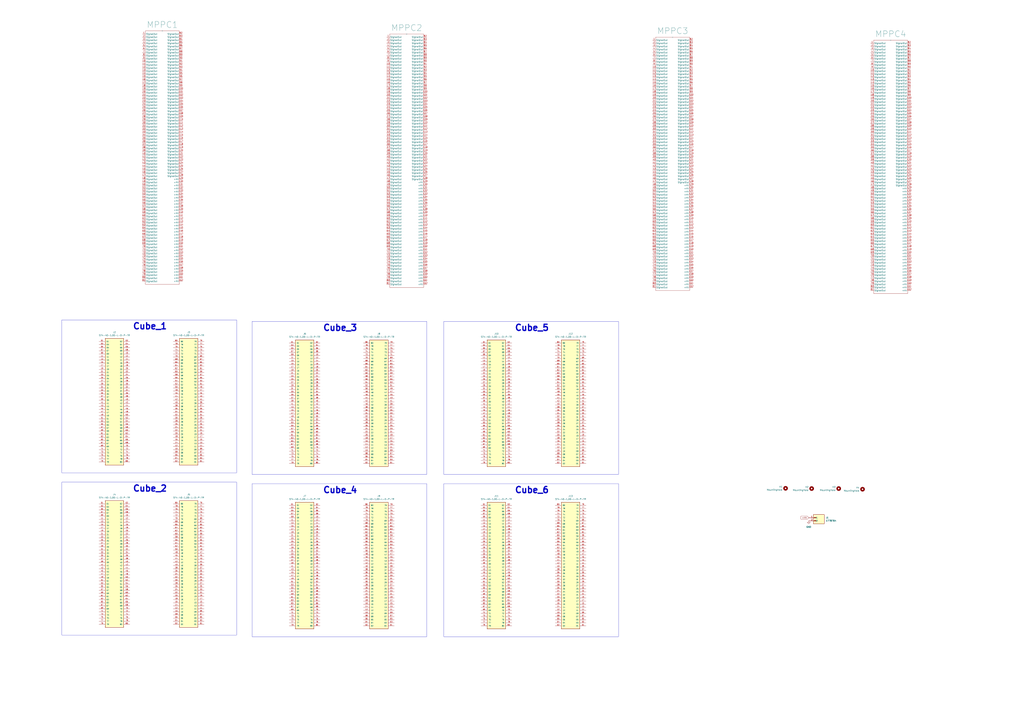
<source format=kicad_sch>
(kicad_sch (version 20231120) (generator "eeschema") (generator_version "8.0")
  (paper "A1")
  (lib_symbols
    (symbol "FARICH:ST4-40-1.00-L-D-P-TR" (pin_names (offset 1.016))
      (property "Reference" "J" (at -7.62 52.07 0))
      (property "Value" "ST4-40-1.00-L-D-P-TR" (at -7.62 -57.15 0))
      (symbol "ST4-40-1.00-L-D-P-TR_0_0"
        (rectangle (start -7.62 -53.34) (end 7.62 50.8) (stroke (width 0.254)) (fill (type background)))
        (pin passive line (at -12.7 48.26 0) (length 5.08) (name "01") (number "01"))
        (pin passive line (at 12.7 48.26 180) (length 5.08) (name "02") (number "02"))
        (pin passive line (at -12.7 45.72 0) (length 5.08) (name "03") (number "03"))
        (pin passive line (at 12.7 45.72 180) (length 5.08) (name "04") (number "04"))
        (pin passive line (at -12.7 43.18 0) (length 5.08) (name "05") (number "05"))
        (pin passive line (at 12.7 43.18 180) (length 5.08) (name "06") (number "06"))
        (pin passive line (at -12.7 40.64 0) (length 5.08) (name "07") (number "07"))
        (pin passive line (at 12.7 40.64 180) (length 5.08) (name "08") (number "08"))
        (pin passive line (at -12.7 38.1 0) (length 5.08) (name "09") (number "09"))
        (pin passive line (at 12.7 38.1 180) (length 5.08) (name "10") (number "10"))
        (pin passive line (at -12.7 35.56 0) (length 5.08) (name "11") (number "11"))
        (pin passive line (at 12.7 35.56 180) (length 5.08) (name "12") (number "12"))
        (pin passive line (at -12.7 33.02 0) (length 5.08) (name "13") (number "13"))
        (pin passive line (at 12.7 33.02 180) (length 5.08) (name "14") (number "14"))
        (pin passive line (at -12.7 30.48 0) (length 5.08) (name "15") (number "15"))
        (pin passive line (at 12.7 30.48 180) (length 5.08) (name "16") (number "16"))
        (pin passive line (at -12.7 27.94 0) (length 5.08) (name "17") (number "17"))
        (pin passive line (at 12.7 27.94 180) (length 5.08) (name "18") (number "18"))
        (pin passive line (at -12.7 25.4 0) (length 5.08) (name "19") (number "19"))
        (pin passive line (at 12.7 25.4 180) (length 5.08) (name "20") (number "20"))
        (pin passive line (at -12.7 22.86 0) (length 5.08) (name "21") (number "21"))
        (pin passive line (at 12.7 22.86 180) (length 5.08) (name "22") (number "22"))
        (pin passive line (at -12.7 20.32 0) (length 5.08) (name "23") (number "23"))
        (pin passive line (at 12.7 20.32 180) (length 5.08) (name "24") (number "24"))
        (pin passive line (at -12.7 17.78 0) (length 5.08) (name "25") (number "25"))
        (pin passive line (at 12.7 17.78 180) (length 5.08) (name "26") (number "26"))
        (pin passive line (at -12.7 15.24 0) (length 5.08) (name "27") (number "27"))
        (pin passive line (at 12.7 15.24 180) (length 5.08) (name "28") (number "28"))
        (pin passive line (at -12.7 12.7 0) (length 5.08) (name "29") (number "29"))
        (pin passive line (at 12.7 12.7 180) (length 5.08) (name "30") (number "30"))
        (pin passive line (at -12.7 10.16 0) (length 5.08) (name "31") (number "31"))
        (pin passive line (at 12.7 10.16 180) (length 5.08) (name "32") (number "32"))
        (pin passive line (at -12.7 7.62 0) (length 5.08) (name "33") (number "33"))
        (pin passive line (at 12.7 7.62 180) (length 5.08) (name "34") (number "34"))
        (pin passive line (at -12.7 5.08 0) (length 5.08) (name "35") (number "35"))
        (pin passive line (at 12.7 5.08 180) (length 5.08) (name "36") (number "36"))
        (pin passive line (at -12.7 2.54 0) (length 5.08) (name "37") (number "37"))
        (pin passive line (at 12.7 2.54 180) (length 5.08) (name "38") (number "38"))
        (pin passive line (at -12.7 0 0) (length 5.08) (name "39") (number "39"))
        (pin passive line (at 12.7 0 180) (length 5.08) (name "40") (number "40"))
        (pin passive line (at -12.7 -2.54 0) (length 5.08) (name "41") (number "41"))
        (pin passive line (at 12.7 -2.54 180) (length 5.08) (name "42") (number "42"))
        (pin passive line (at -12.7 -5.08 0) (length 5.08) (name "43") (number "43"))
        (pin passive line (at 12.7 -5.08 180) (length 5.08) (name "44") (number "44"))
        (pin passive line (at -12.7 -7.62 0) (length 5.08) (name "45") (number "45"))
        (pin passive line (at 12.7 -7.62 180) (length 5.08) (name "46") (number "46"))
        (pin passive line (at -12.7 -10.16 0) (length 5.08) (name "47") (number "47"))
        (pin passive line (at 12.7 -10.16 180) (length 5.08) (name "48") (number "48"))
        (pin passive line (at -12.7 -12.7 0) (length 5.08) (name "49") (number "49"))
        (pin passive line (at 12.7 -12.7 180) (length 5.08) (name "50") (number "50"))
        (pin passive line (at -12.7 -15.24 0) (length 5.08) (name "51") (number "51"))
        (pin passive line (at 12.7 -15.24 180) (length 5.08) (name "52") (number "52"))
        (pin passive line (at -12.7 -17.78 0) (length 5.08) (name "53") (number "53"))
        (pin passive line (at 12.7 -17.78 180) (length 5.08) (name "54") (number "54"))
        (pin passive line (at -12.7 -20.32 0) (length 5.08) (name "55") (number "55"))
        (pin passive line (at 12.7 -20.32 180) (length 5.08) (name "56") (number "56"))
        (pin passive line (at -12.7 -22.86 0) (length 5.08) (name "57") (number "57"))
        (pin passive line (at 12.7 -22.86 180) (length 5.08) (name "58") (number "58"))
        (pin passive line (at -12.7 -25.4 0) (length 5.08) (name "59") (number "59"))
        (pin passive line (at 12.7 -25.4 180) (length 5.08) (name "60") (number "60"))
        (pin passive line (at -12.7 -27.94 0) (length 5.08) (name "61") (number "61"))
        (pin passive line (at 12.7 -27.94 180) (length 5.08) (name "62") (number "62"))
        (pin passive line (at -12.7 -30.48 0) (length 5.08) (name "63") (number "63"))
        (pin passive line (at 12.7 -30.48 180) (length 5.08) (name "64") (number "64"))
        (pin passive line (at -12.7 -33.02 0) (length 5.08) (name "65") (number "65"))
        (pin passive line (at 12.7 -33.02 180) (length 5.08) (name "66") (number "66"))
        (pin passive line (at -12.7 -35.56 0) (length 5.08) (name "67") (number "67"))
        (pin passive line (at 12.7 -35.56 180) (length 5.08) (name "68") (number "68"))
        (pin passive line (at -12.7 -38.1 0) (length 5.08) (name "69") (number "69"))
        (pin passive line (at 12.7 -38.1 180) (length 5.08) (name "70") (number "70"))
        (pin passive line (at -12.7 -40.64 0) (length 5.08) (name "71") (number "71"))
        (pin passive line (at 12.7 -40.64 180) (length 5.08) (name "72") (number "72"))
        (pin passive line (at -12.7 -43.18 0) (length 5.08) (name "73") (number "73"))
        (pin passive line (at 12.7 -43.18 180) (length 5.08) (name "74") (number "74"))
        (pin passive line (at -12.7 -45.72 0) (length 5.08) (name "75") (number "75"))
        (pin passive line (at 12.7 -45.72 180) (length 5.08) (name "76") (number "76"))
        (pin passive line (at -12.7 -48.26 0) (length 5.08) (name "77") (number "77"))
        (pin passive line (at 12.7 -48.26 180) (length 5.08) (name "78") (number "78"))
        (pin passive line (at -12.7 -50.8 0) (length 5.08) (name "79") (number "79"))
        (pin passive line (at 12.7 -50.8 180) (length 5.08) (name "80") (number "80"))
      )
    )
    (symbol "HV_Connector:1778764" (pin_names (offset 1.016))
      (property "Reference" "J" (at -2.54 3.302 0))
      (property "Value" "1778764" (at -2.54 -7.62 0))
      (symbol "1778764_0_0"
        (rectangle (start -3.81 -5.08) (end 5.08 2.54) (stroke (width 0.254)) (fill (type background)))
        (rectangle (start -3.175 -2.8575) (end -1.5875 -2.2225) (stroke (width 0.1)) (fill (type outline)))
        (rectangle (start -3.175 -0.3175) (end -1.5875 0.3175) (stroke (width 0.1)) (fill (type outline)))
        (pin passive line (at -7.62 0 0) (length 5.08) (name "1") (number "1"))
        (pin passive line (at -7.62 -2.54 0) (length 5.08) (name "2") (number "2"))
      )
    )
    (symbol "Mechanical:MountingHole" (pin_names (offset 1.016)) (exclude_from_sim yes) (in_bom no)
      (property "Reference" "H" (at 0 5.08 0))
      (property "Value" "MountingHole" (at 0 3.175 0))
      (symbol "MountingHole_0_1"
        (circle (center 0 0) (radius 1.27) (stroke (width 1.27)))
      )
    )
    (symbol "SiPM:S13552"
      (property "Reference" "MPPC1" (at -1.27 115.57 0))
      (property "Value" "~" (at -17.78 62.23 0))
      (symbol "S13552_0_1"
        (rectangle (start -15.24 111.76) (end 12.7 -96.52))
      )
      (symbol "S13552_1_1"
        (pin output line (at -17.78 109.22 0) (length 2.54) (name "SignalOut") (number "1"))
        (pin output line (at -17.78 86.36 0) (length 2.54) (name "SignalOut") (number "10"))
        (pin output line (at 15.24 63.5 180) (length 2.54) (name "SignalOut") (number "100"))
        (pin output line (at 15.24 60.96 180) (length 2.54) (name "SignalOut") (number "101"))
        (pin output line (at 15.24 58.42 180) (length 2.54) (name "SignalOut") (number "102"))
        (pin output line (at 15.24 55.88 180) (length 2.54) (name "SignalOut") (number "103"))
        (pin output line (at 15.24 53.34 180) (length 2.54) (name "SignalOut") (number "104"))
        (pin output line (at 15.24 50.8 180) (length 2.54) (name "SignalOut") (number "105"))
        (pin output line (at 15.24 48.26 180) (length 2.54) (name "SignalOut") (number "106"))
        (pin output line (at 15.24 45.72 180) (length 2.54) (name "SignalOut") (number "107"))
        (pin output line (at 15.24 43.18 180) (length 2.54) (name "SignalOut") (number "108"))
        (pin output line (at 15.24 40.64 180) (length 2.54) (name "SignalOut") (number "109"))
        (pin output line (at -17.78 83.82 0) (length 2.54) (name "SignalOut") (number "11"))
        (pin output line (at 15.24 38.1 180) (length 2.54) (name "SignalOut") (number "110"))
        (pin output line (at 15.24 35.56 180) (length 2.54) (name "SignalOut") (number "111"))
        (pin output line (at 15.24 33.02 180) (length 2.54) (name "SignalOut") (number "112"))
        (pin output line (at 15.24 30.48 180) (length 2.54) (name "SignalOut") (number "113"))
        (pin output line (at 15.24 27.94 180) (length 2.54) (name "SignalOut") (number "114"))
        (pin output line (at 15.24 25.4 180) (length 2.54) (name "SignalOut") (number "115"))
        (pin output line (at 15.24 22.86 180) (length 2.54) (name "SignalOut") (number "116"))
        (pin output line (at 15.24 20.32 180) (length 2.54) (name "SignalOut") (number "117"))
        (pin output line (at 15.24 17.78 180) (length 2.54) (name "SignalOut") (number "118"))
        (pin output line (at 15.24 15.24 180) (length 2.54) (name "SignalOut") (number "119"))
        (pin output line (at -17.78 81.28 0) (length 2.54) (name "SignalOut") (number "12"))
        (pin output line (at 15.24 12.7 180) (length 2.54) (name "SignalOut") (number "120"))
        (pin output line (at 15.24 10.16 180) (length 2.54) (name "SignalOut") (number "121"))
        (pin output line (at 15.24 7.62 180) (length 2.54) (name "SignalOut") (number "122"))
        (pin output line (at 15.24 5.08 180) (length 2.54) (name "SignalOut") (number "123"))
        (pin output line (at 15.24 2.54 180) (length 2.54) (name "SignalOut") (number "124"))
        (pin output line (at 15.24 0 180) (length 2.54) (name "SignalOut") (number "125"))
        (pin output line (at 15.24 -2.54 180) (length 2.54) (name "SignalOut") (number "126"))
        (pin output line (at 15.24 -5.08 180) (length 2.54) (name "SignalOut") (number "127"))
        (pin output line (at 15.24 -7.62 180) (length 2.54) (name "SignalOut") (number "128"))
        (pin input line (at 15.24 -10.16 180) (length 2.54) (name "+HV") (number "129"))
        (pin output line (at -17.78 78.74 0) (length 2.54) (name "SignalOut") (number "13"))
        (pin input line (at 15.24 -12.7 180) (length 2.54) (name "+HV") (number "130"))
        (pin input line (at 15.24 -15.24 180) (length 2.54) (name "+HV") (number "131"))
        (pin input line (at 15.24 -17.78 180) (length 2.54) (name "+HV") (number "132"))
        (pin input line (at 15.24 -20.32 180) (length 2.54) (name "+HV") (number "133"))
        (pin input line (at 15.24 -22.86 180) (length 2.54) (name "+HV") (number "134"))
        (pin input line (at 15.24 -25.4 180) (length 2.54) (name "+HV") (number "135"))
        (pin input line (at 15.24 -27.94 180) (length 2.54) (name "+HV") (number "136"))
        (pin input line (at 15.24 -30.48 180) (length 2.54) (name "+HV") (number "137"))
        (pin input line (at 15.24 -33.02 180) (length 2.54) (name "+HV") (number "138"))
        (pin input line (at 15.24 -35.56 180) (length 2.54) (name "+HV") (number "139"))
        (pin output line (at -17.78 76.2 0) (length 2.54) (name "SignalOut") (number "14"))
        (pin input line (at 15.24 -38.1 180) (length 2.54) (name "+HV") (number "140"))
        (pin input line (at 15.24 -40.64 180) (length 2.54) (name "+HV") (number "141"))
        (pin input line (at 15.24 -43.18 180) (length 2.54) (name "+HV") (number "142"))
        (pin input line (at 15.24 -45.72 180) (length 2.54) (name "+HV") (number "143"))
        (pin input line (at 15.24 -48.26 180) (length 2.54) (name "+HV") (number "144"))
        (pin input line (at 15.24 -50.8 180) (length 2.54) (name "+HV") (number "145"))
        (pin input line (at 15.24 -53.34 180) (length 2.54) (name "+HV") (number "146"))
        (pin input line (at 15.24 -55.88 180) (length 2.54) (name "+HV") (number "147"))
        (pin input line (at 15.24 -58.42 180) (length 2.54) (name "+HV") (number "148"))
        (pin input line (at 15.24 -60.96 180) (length 2.54) (name "+HV") (number "149"))
        (pin output line (at -17.78 73.66 0) (length 2.54) (name "SignalOut") (number "15"))
        (pin input line (at 15.24 -63.5 180) (length 2.54) (name "+HV") (number "150"))
        (pin input line (at 15.24 -66.04 180) (length 2.54) (name "+HV") (number "151"))
        (pin input line (at 15.24 -68.58 180) (length 2.54) (name "+HV") (number "152"))
        (pin input line (at 15.24 -71.12 180) (length 2.54) (name "+HV") (number "153"))
        (pin input line (at 15.24 -73.66 180) (length 2.54) (name "+HV") (number "154"))
        (pin input line (at 15.24 -76.2 180) (length 2.54) (name "+HV") (number "155"))
        (pin input line (at 15.24 -78.74 180) (length 2.54) (name "+HV") (number "156"))
        (pin input line (at 15.24 -81.28 180) (length 2.54) (name "+HV") (number "157"))
        (pin input line (at 15.24 -83.82 180) (length 2.54) (name "+HV") (number "158"))
        (pin input line (at 15.24 -86.36 180) (length 2.54) (name "+HV") (number "159"))
        (pin output line (at -17.78 71.12 0) (length 2.54) (name "SignalOut") (number "16"))
        (pin input line (at 15.24 -88.9 180) (length 2.54) (name "+HV") (number "160"))
        (pin input line (at 15.24 -91.44 180) (length 2.54) (name "+HV") (number "161"))
        (pin input line (at 15.24 -93.98 180) (length 2.54) (name "+HV") (number "162"))
        (pin output line (at -17.78 68.58 0) (length 2.54) (name "SignalOut") (number "17"))
        (pin output line (at -17.78 66.04 0) (length 2.54) (name "SignalOut") (number "18"))
        (pin output line (at -17.78 63.5 0) (length 2.54) (name "SignalOut") (number "19"))
        (pin output line (at -17.78 106.68 0) (length 2.54) (name "SignalOut") (number "2"))
        (pin output line (at -17.78 60.96 0) (length 2.54) (name "SignalOut") (number "20"))
        (pin output line (at -17.78 58.42 0) (length 2.54) (name "SignalOut") (number "21"))
        (pin output line (at -17.78 55.88 0) (length 2.54) (name "SignalOut") (number "22"))
        (pin output line (at -17.78 53.34 0) (length 2.54) (name "SignalOut") (number "23"))
        (pin output line (at -17.78 50.8 0) (length 2.54) (name "SignalOut") (number "24"))
        (pin output line (at -17.78 48.26 0) (length 2.54) (name "SignalOut") (number "25"))
        (pin output line (at -17.78 45.72 0) (length 2.54) (name "SignalOut") (number "26"))
        (pin output line (at -17.78 43.18 0) (length 2.54) (name "SignalOut") (number "27"))
        (pin output line (at -17.78 40.64 0) (length 2.54) (name "SignalOut") (number "28"))
        (pin output line (at -17.78 38.1 0) (length 2.54) (name "SignalOut") (number "29"))
        (pin output line (at -17.78 104.14 0) (length 2.54) (name "SignalOut") (number "3"))
        (pin output line (at -17.78 35.56 0) (length 2.54) (name "SignalOut") (number "30"))
        (pin output line (at -17.78 33.02 0) (length 2.54) (name "SignalOut") (number "31"))
        (pin output line (at -17.78 30.48 0) (length 2.54) (name "SignalOut") (number "32"))
        (pin output line (at -17.78 27.94 0) (length 2.54) (name "SignalOut") (number "33"))
        (pin output line (at -17.78 25.4 0) (length 2.54) (name "SignalOut") (number "34"))
        (pin output line (at -17.78 22.86 0) (length 2.54) (name "SignalOut") (number "35"))
        (pin output line (at -17.78 20.32 0) (length 2.54) (name "SignalOut") (number "36"))
        (pin output line (at -17.78 17.78 0) (length 2.54) (name "SignalOut") (number "37"))
        (pin output line (at -17.78 15.24 0) (length 2.54) (name "SignalOut") (number "38"))
        (pin output line (at -17.78 12.7 0) (length 2.54) (name "SignalOut") (number "39"))
        (pin output line (at -17.78 101.6 0) (length 2.54) (name "SignalOut") (number "4"))
        (pin output line (at -17.78 10.16 0) (length 2.54) (name "SignalOut") (number "40"))
        (pin output line (at -17.78 7.62 0) (length 2.54) (name "SignalOut") (number "41"))
        (pin output line (at -17.78 5.08 0) (length 2.54) (name "SignalOut") (number "42"))
        (pin output line (at -17.78 2.54 0) (length 2.54) (name "SignalOut") (number "43"))
        (pin output line (at -17.78 0 0) (length 2.54) (name "SignalOut") (number "44"))
        (pin output line (at -17.78 -2.54 0) (length 2.54) (name "SignalOut") (number "45"))
        (pin output line (at -17.78 -5.08 0) (length 2.54) (name "SignalOut") (number "46"))
        (pin output line (at -17.78 -7.62 0) (length 2.54) (name "SignalOut") (number "47"))
        (pin output line (at -17.78 -10.16 0) (length 2.54) (name "SignalOut") (number "48"))
        (pin output line (at -17.78 -12.7 0) (length 2.54) (name "SignalOut") (number "49"))
        (pin output line (at -17.78 99.06 0) (length 2.54) (name "SignalOut") (number "5"))
        (pin output line (at -17.78 -15.24 0) (length 2.54) (name "SignalOut") (number "50"))
        (pin output line (at -17.78 -17.78 0) (length 2.54) (name "SignalOut") (number "51"))
        (pin output line (at -17.78 -20.32 0) (length 2.54) (name "SignalOut") (number "52"))
        (pin output line (at -17.78 -22.86 0) (length 2.54) (name "SignalOut") (number "53"))
        (pin output line (at -17.78 -25.4 0) (length 2.54) (name "SignalOut") (number "54"))
        (pin output line (at -17.78 -27.94 0) (length 2.54) (name "SignalOut") (number "55"))
        (pin output line (at -17.78 -30.48 0) (length 2.54) (name "SignalOut") (number "56"))
        (pin output line (at -17.78 -33.02 0) (length 2.54) (name "SignalOut") (number "57"))
        (pin output line (at -17.78 -35.56 0) (length 2.54) (name "SignalOut") (number "58"))
        (pin output line (at -17.78 -38.1 0) (length 2.54) (name "SignalOut") (number "59"))
        (pin output line (at -17.78 96.52 0) (length 2.54) (name "SignalOut") (number "6"))
        (pin output line (at -17.78 -40.64 0) (length 2.54) (name "SignalOut") (number "60"))
        (pin output line (at -17.78 -43.18 0) (length 2.54) (name "SignalOut") (number "61"))
        (pin output line (at -17.78 -45.72 0) (length 2.54) (name "SignalOut") (number "62"))
        (pin output line (at -17.78 -48.26 0) (length 2.54) (name "SignalOut") (number "63"))
        (pin output line (at -17.78 -50.8 0) (length 2.54) (name "SignalOut") (number "64"))
        (pin output line (at -17.78 -53.34 0) (length 2.54) (name "SignalOut") (number "65"))
        (pin output line (at -17.78 -55.88 0) (length 2.54) (name "SignalOut") (number "66"))
        (pin output line (at -17.78 -58.42 0) (length 2.54) (name "SignalOut") (number "67"))
        (pin output line (at -17.78 -60.96 0) (length 2.54) (name "SignalOut") (number "68"))
        (pin output line (at -17.78 -63.5 0) (length 2.54) (name "SignalOut") (number "69"))
        (pin output line (at -17.78 93.98 0) (length 2.54) (name "SignalOut") (number "7"))
        (pin output line (at -17.78 -66.04 0) (length 2.54) (name "SignalOut") (number "70"))
        (pin output line (at -17.78 -68.58 0) (length 2.54) (name "SignalOut") (number "71"))
        (pin output line (at -17.78 -71.12 0) (length 2.54) (name "SignalOut") (number "72"))
        (pin output line (at -17.78 -73.66 0) (length 2.54) (name "SignalOut") (number "73"))
        (pin output line (at -17.78 -76.2 0) (length 2.54) (name "SignalOut") (number "74"))
        (pin output line (at -17.78 -78.74 0) (length 2.54) (name "SignalOut") (number "75"))
        (pin output line (at -17.78 -81.28 0) (length 2.54) (name "SignalOut") (number "76"))
        (pin output line (at -17.78 -83.82 0) (length 2.54) (name "SignalOut") (number "77"))
        (pin output line (at -17.78 -86.36 0) (length 2.54) (name "SignalOut") (number "78"))
        (pin output line (at -17.78 -88.9 0) (length 2.54) (name "SignalOut") (number "79"))
        (pin output line (at -17.78 91.44 0) (length 2.54) (name "SignalOut") (number "8"))
        (pin output line (at -17.78 -91.44 0) (length 2.54) (name "SignalOut") (number "80"))
        (pin output line (at -17.78 -93.98 0) (length 2.54) (name "SignalOut") (number "81"))
        (pin output line (at 15.24 109.22 180) (length 2.54) (name "SignalOut") (number "82"))
        (pin output line (at 15.24 106.68 180) (length 2.54) (name "SignalOut") (number "83"))
        (pin output line (at 15.24 104.14 180) (length 2.54) (name "SignalOut") (number "84"))
        (pin output line (at 15.24 101.6 180) (length 2.54) (name "SignalOut") (number "85"))
        (pin output line (at 15.24 99.06 180) (length 2.54) (name "SignalOut") (number "86"))
        (pin output line (at 15.24 96.52 180) (length 2.54) (name "SignalOut") (number "87"))
        (pin output line (at 15.24 93.98 180) (length 2.54) (name "SignalOut") (number "88"))
        (pin output line (at 15.24 91.44 180) (length 2.54) (name "SignalOut") (number "89"))
        (pin output line (at -17.78 88.9 0) (length 2.54) (name "SignalOut") (number "9"))
        (pin output line (at 15.24 88.9 180) (length 2.54) (name "SignalOut") (number "90"))
        (pin output line (at 15.24 86.36 180) (length 2.54) (name "SignalOut") (number "91"))
        (pin output line (at 15.24 83.82 180) (length 2.54) (name "SignalOut") (number "92"))
        (pin output line (at 15.24 81.28 180) (length 2.54) (name "SignalOut") (number "93"))
        (pin output line (at 15.24 78.74 180) (length 2.54) (name "SignalOut") (number "94"))
        (pin output line (at 15.24 76.2 180) (length 2.54) (name "SignalOut") (number "95"))
        (pin output line (at 15.24 73.66 180) (length 2.54) (name "SignalOut") (number "96"))
        (pin output line (at 15.24 71.12 180) (length 2.54) (name "SignalOut") (number "97"))
        (pin output line (at 15.24 68.58 180) (length 2.54) (name "SignalOut") (number "98"))
        (pin output line (at 15.24 66.04 180) (length 2.54) (name "SignalOut") (number "99"))
      )
    )
    (symbol "power:GND" (power) (pin_numbers hide) (pin_names (offset 0) hide)
      (property "Value" "GND" (at 0 -3.81 0))
      (symbol "GND_0_1"
        (polyline (pts (xy 0 0) (xy 0 -1.27) (xy 1.27 -1.27) (xy 0 -2.54) (xy -1.27 -1.27) (xy 0 -1.27)))
      )
      (symbol "GND_1_1"
        (pin power_in line (at 0 0 270) (length 0) (name "~") (number "1"))
      )
    )
  )
  (rectangle (start 207.01 264.16) (end 350.52 389.89))
  (rectangle (start 207.01 397.51) (end 350.52 523.24))
  (rectangle (start 50.8 396.24) (end 194.31 521.97))
  (rectangle (start 364.49 264.16) (end 508 389.89))
  (rectangle (start 50.8 262.89) (end 194.31 388.62))
  (rectangle (start 364.49 397.51) (end 508 523.24))
  (text "Cube_2" (at 123.19 401.574 0) (effects (font (size 5.08 5.08) (thickness 1.016) (bold yes))))
  (text "Cube_4" (at 279.4 402.844 0) (effects (font (size 5.08 5.08) (thickness 1.016) (bold yes))))
  (text "Cube_6" (at 436.88 402.844 0) (effects (font (size 5.08 5.08) (thickness 1.016) (bold yes))))
  (text "Cube_3\n" (at 279.4 269.494 0) (effects (font (size 5.08 5.08) (thickness 1.016) (bold yes))))
  (text "Cube_5\n" (at 436.88 269.494 0) (effects (font (size 5.08 5.08) (thickness 1.016) (bold yes))))
  (text "Cube_1\n" (at 123.19 268.224 0) (effects (font (size 5.08 5.08) (thickness 1.016) (bold yes))))
  (global_label "+HV" (shape input) (at 664.21 425.45 180) (property "Intersheetrefs" "${INTERSHEET_REFS}" (effects (hide yes))))
  (symbol (lib_id "FARICH:ST4-40-1.00-L-D-P-TR") (at 311.15 466.09 180) (unit 1)
    (property "Reference" "J9" (at 311.15 407.67 0))
    (property "Value" "ST4-40-1.00-L-D-P-TR" (at 311.15 410.21 0))
    (property "Footprint" "FARICH:SAMTEC_ST4-40-1.00-L-D-P-TR" (effects (hide yes)))
    (property "MF" "Samtec" (effects (hide yes)))
    (property "MAXIMUM_PACKAGE_HEIGHT" "3.08mm" (effects (hide yes)))
    (property "Package" "None" (effects (hide yes)))
    (property "Price" "None" (effects (hide yes)))
    (property "Check_prices" "https://www.snapeda.com/parts/ST4-40-1.00-L-D-P-TR/Samtec+Inc./view-part/?ref=eda" (effects (hide yes)))
    (property "STANDARD" "Manufacturer Recommendations" (effects (hide yes)))
    (property "PARTREV" "J" (effects (hide yes)))
    (property "SnapEDA_Link" "https://www.snapeda.com/parts/ST4-40-1.00-L-D-P-TR/Samtec+Inc./view-part/?ref=snap" (effects (hide yes)))
    (property "MP" "ST4-40-1.00-L-D-P-TR" (effects (hide yes)))
    (property "Purchase-URL" "https://www.snapeda.com/api/url_track_click_mouser/?unipart_id=557673&manufacturer=Samtec&part_name=ST4-40-1.00-L-D-P-TR&search_term=st4-40-1.00-l-d-p-tr" (effects (hide yes)))
    (property "Description_1" "\n80 Position Connector Header, Center Strip Contacts Surface Mount Gold\n" (effects (hide yes)))
    (property "Availability" "In Stock" (effects (hide yes)))
    (property "MANUFACTURER" "SAMTEC" (effects (hide yes)))
  )
  (symbol (lib_id "SiPM:S13552") (at 553.72 142.24 0) (unit 1)
    (property "Reference" "MPPC3" (at 552.45 25.4 0) (effects (font (size 5 5))))
    (property "Value" "~" (at 552.45 30.48 0))
    (property "Footprint" "SiPM:S13552" (effects (hide yes)))
  )
  (symbol (lib_id "FARICH:ST4-40-1.00-L-D-P-TR") (at 468.63 332.74 180) (unit 1)
    (property "Reference" "J12" (at 468.63 274.32 0))
    (property "Value" "ST4-40-1.00-L-D-P-TR" (at 468.63 276.86 0))
    (property "Footprint" "FARICH:SAMTEC_ST4-40-1.00-L-D-P-TR" (effects (hide yes)))
    (property "MF" "Samtec" (effects (hide yes)))
    (property "MAXIMUM_PACKAGE_HEIGHT" "3.08mm" (effects (hide yes)))
    (property "Package" "None" (effects (hide yes)))
    (property "Price" "None" (effects (hide yes)))
    (property "Check_prices" "https://www.snapeda.com/parts/ST4-40-1.00-L-D-P-TR/Samtec+Inc./view-part/?ref=eda" (effects (hide yes)))
    (property "STANDARD" "Manufacturer Recommendations" (effects (hide yes)))
    (property "PARTREV" "J" (effects (hide yes)))
    (property "SnapEDA_Link" "https://www.snapeda.com/parts/ST4-40-1.00-L-D-P-TR/Samtec+Inc./view-part/?ref=snap" (effects (hide yes)))
    (property "MP" "ST4-40-1.00-L-D-P-TR" (effects (hide yes)))
    (property "Purchase-URL" "https://www.snapeda.com/api/url_track_click_mouser/?unipart_id=557673&manufacturer=Samtec&part_name=ST4-40-1.00-L-D-P-TR&search_term=st4-40-1.00-l-d-p-tr" (effects (hide yes)))
    (property "Description_1" "\n80 Position Connector Header, Center Strip Contacts Surface Mount Gold\n" (effects (hide yes)))
    (property "Availability" "In Stock" (effects (hide yes)))
    (property "MANUFACTURER" "SAMTEC" (effects (hide yes)))
  )
  (symbol (lib_id "FARICH:ST4-40-1.00-L-D-P-TR") (at 468.63 466.09 180) (unit 1)
    (property "Reference" "J13" (at 468.63 407.67 0))
    (property "Value" "ST4-40-1.00-L-D-P-TR" (at 468.63 410.21 0))
    (property "Footprint" "FARICH:SAMTEC_ST4-40-1.00-L-D-P-TR" (effects (hide yes)))
    (property "MF" "Samtec" (effects (hide yes)))
    (property "MAXIMUM_PACKAGE_HEIGHT" "3.08mm" (effects (hide yes)))
    (property "Package" "None" (effects (hide yes)))
    (property "Price" "None" (effects (hide yes)))
    (property "Check_prices" "https://www.snapeda.com/parts/ST4-40-1.00-L-D-P-TR/Samtec+Inc./view-part/?ref=eda" (effects (hide yes)))
    (property "STANDARD" "Manufacturer Recommendations" (effects (hide yes)))
    (property "PARTREV" "J" (effects (hide yes)))
    (property "SnapEDA_Link" "https://www.snapeda.com/parts/ST4-40-1.00-L-D-P-TR/Samtec+Inc./view-part/?ref=snap" (effects (hide yes)))
    (property "MP" "ST4-40-1.00-L-D-P-TR" (effects (hide yes)))
    (property "Purchase-URL" "https://www.snapeda.com/api/url_track_click_mouser/?unipart_id=557673&manufacturer=Samtec&part_name=ST4-40-1.00-L-D-P-TR&search_term=st4-40-1.00-l-d-p-tr" (effects (hide yes)))
    (property "Description_1" "\n80 Position Connector Header, Center Strip Contacts Surface Mount Gold\n" (effects (hide yes)))
    (property "Availability" "In Stock" (effects (hide yes)))
    (property "MANUFACTURER" "SAMTEC" (effects (hide yes)))
  )
  (symbol (lib_id "Mechanical:MountingHole") (at 688.8042 401.5354 0) (mirror y) (unit 1) (exclude_from_sim yes) (in_bom no)
    (property "Reference" "H3" (at 686.2642 400.2653 0) (effects (justify left)))
    (property "Value" "MountingHole" (at 686.2642 402.8053 0) (effects (justify left)))
    (property "Footprint" "MountingHole:MountingHole_3.2mm_M3_DIN965_Pad" (effects (hide yes)))
    (property "Description" "Mounting Hole without connection" (effects (hide yes)))
  )
  (symbol (lib_id "FARICH:ST4-40-1.00-L-D-P-TR") (at 250.19 330.2 0) (unit 1)
    (property "Reference" "J6" (at 250.19 274.32 0))
    (property "Value" "ST4-40-1.00-L-D-P-TR" (at 250.19 276.86 0))
    (property "Footprint" "FARICH:SAMTEC_ST4-40-1.00-L-D-P-TR" (effects (hide yes)))
    (property "MF" "Samtec" (effects (hide yes)))
    (property "MAXIMUM_PACKAGE_HEIGHT" "3.08mm" (effects (hide yes)))
    (property "Package" "None" (effects (hide yes)))
    (property "Price" "None" (effects (hide yes)))
    (property "Check_prices" "https://www.snapeda.com/parts/ST4-40-1.00-L-D-P-TR/Samtec+Inc./view-part/?ref=eda" (effects (hide yes)))
    (property "STANDARD" "Manufacturer Recommendations" (effects (hide yes)))
    (property "PARTREV" "J" (effects (hide yes)))
    (property "SnapEDA_Link" "https://www.snapeda.com/parts/ST4-40-1.00-L-D-P-TR/Samtec+Inc./view-part/?ref=snap" (effects (hide yes)))
    (property "MP" "ST4-40-1.00-L-D-P-TR" (effects (hide yes)))
    (property "Purchase-URL" "https://www.snapeda.com/api/url_track_click_mouser/?unipart_id=557673&manufacturer=Samtec&part_name=ST4-40-1.00-L-D-P-TR&search_term=st4-40-1.00-l-d-p-tr" (effects (hide yes)))
    (property "Description_1" "\n80 Position Connector Header, Center Strip Contacts Surface Mount Gold\n" (effects (hide yes)))
    (property "Availability" "In Stock" (effects (hide yes)))
    (property "MANUFACTURER" "SAMTEC" (effects (hide yes)))
  )
  (symbol (lib_id "FARICH:ST4-40-1.00-L-D-P-TR") (at 93.98 462.28 0) (unit 1)
    (property "Reference" "J4" (at 93.98 406.4 0))
    (property "Value" "ST4-40-1.00-L-D-P-TR" (at 93.98 408.94 0))
    (property "Footprint" "FARICH:SAMTEC_ST4-40-1.00-L-D-P-TR" (effects (hide yes)))
    (property "MF" "Samtec" (effects (hide yes)))
    (property "MAXIMUM_PACKAGE_HEIGHT" "3.08mm" (effects (hide yes)))
    (property "Package" "None" (effects (hide yes)))
    (property "Price" "None" (effects (hide yes)))
    (property "Check_prices" "https://www.snapeda.com/parts/ST4-40-1.00-L-D-P-TR/Samtec+Inc./view-part/?ref=eda" (effects (hide yes)))
    (property "STANDARD" "Manufacturer Recommendations" (effects (hide yes)))
    (property "PARTREV" "J" (effects (hide yes)))
    (property "SnapEDA_Link" "https://www.snapeda.com/parts/ST4-40-1.00-L-D-P-TR/Samtec+Inc./view-part/?ref=snap" (effects (hide yes)))
    (property "MP" "ST4-40-1.00-L-D-P-TR" (effects (hide yes)))
    (property "Purchase-URL" "https://www.snapeda.com/api/url_track_click_mouser/?unipart_id=557673&manufacturer=Samtec&part_name=ST4-40-1.00-L-D-P-TR&search_term=st4-40-1.00-l-d-p-tr" (effects (hide yes)))
    (property "Description_1" "\n80 Position Connector Header, Center Strip Contacts Surface Mount Gold\n" (effects (hide yes)))
    (property "Availability" "In Stock" (effects (hide yes)))
    (property "MANUFACTURER" "SAMTEC" (effects (hide yes)))
  )
  (symbol (lib_id "SiPM:S13552") (at 134.62 137.16 0) (unit 1)
    (property "Reference" "MPPC1" (at 133.35 20.32 0) (effects (font (size 5 5))))
    (property "Value" "~" (at 133.35 25.4 0))
    (property "Footprint" "SiPM:S13552" (effects (hide yes)))
  )
  (symbol (lib_id "FARICH:ST4-40-1.00-L-D-P-TR") (at 154.94 331.47 180) (unit 1)
    (property "Reference" "J3" (at 154.94 273.05 0))
    (property "Value" "ST4-40-1.00-L-D-P-TR" (at 154.94 275.59 0))
    (property "Footprint" "FARICH:SAMTEC_ST4-40-1.00-L-D-P-TR" (effects (hide yes)))
    (property "MF" "Samtec" (effects (hide yes)))
    (property "MAXIMUM_PACKAGE_HEIGHT" "3.08mm" (effects (hide yes)))
    (property "Package" "None" (effects (hide yes)))
    (property "Price" "None" (effects (hide yes)))
    (property "Check_prices" "https://www.snapeda.com/parts/ST4-40-1.00-L-D-P-TR/Samtec+Inc./view-part/?ref=eda" (effects (hide yes)))
    (property "STANDARD" "Manufacturer Recommendations" (effects (hide yes)))
    (property "PARTREV" "J" (effects (hide yes)))
    (property "SnapEDA_Link" "https://www.snapeda.com/parts/ST4-40-1.00-L-D-P-TR/Samtec+Inc./view-part/?ref=snap" (effects (hide yes)))
    (property "MP" "ST4-40-1.00-L-D-P-TR" (effects (hide yes)))
    (property "Purchase-URL" "https://www.snapeda.com/api/url_track_click_mouser/?unipart_id=557673&manufacturer=Samtec&part_name=ST4-40-1.00-L-D-P-TR&search_term=st4-40-1.00-l-d-p-tr" (effects (hide yes)))
    (property "Description_1" "\n80 Position Connector Header, Center Strip Contacts Surface Mount Gold\n" (effects (hide yes)))
    (property "Availability" "In Stock" (effects (hide yes)))
    (property "MANUFACTURER" "SAMTEC" (effects (hide yes)))
  )
  (symbol (lib_id "FARICH:ST4-40-1.00-L-D-P-TR") (at 154.94 464.82 180) (unit 1)
    (property "Reference" "J5" (at 154.94 406.4 0))
    (property "Value" "ST4-40-1.00-L-D-P-TR" (at 154.94 408.94 0))
    (property "Footprint" "FARICH:SAMTEC_ST4-40-1.00-L-D-P-TR" (effects (hide yes)))
    (property "MF" "Samtec" (effects (hide yes)))
    (property "MAXIMUM_PACKAGE_HEIGHT" "3.08mm" (effects (hide yes)))
    (property "Package" "None" (effects (hide yes)))
    (property "Price" "None" (effects (hide yes)))
    (property "Check_prices" "https://www.snapeda.com/parts/ST4-40-1.00-L-D-P-TR/Samtec+Inc./view-part/?ref=eda" (effects (hide yes)))
    (property "STANDARD" "Manufacturer Recommendations" (effects (hide yes)))
    (property "PARTREV" "J" (effects (hide yes)))
    (property "SnapEDA_Link" "https://www.snapeda.com/parts/ST4-40-1.00-L-D-P-TR/Samtec+Inc./view-part/?ref=snap" (effects (hide yes)))
    (property "MP" "ST4-40-1.00-L-D-P-TR" (effects (hide yes)))
    (property "Purchase-URL" "https://www.snapeda.com/api/url_track_click_mouser/?unipart_id=557673&manufacturer=Samtec&part_name=ST4-40-1.00-L-D-P-TR&search_term=st4-40-1.00-l-d-p-tr" (effects (hide yes)))
    (property "Description_1" "\n80 Position Connector Header, Center Strip Contacts Surface Mount Gold\n" (effects (hide yes)))
    (property "Availability" "In Stock" (effects (hide yes)))
    (property "MANUFACTURER" "SAMTEC" (effects (hide yes)))
  )
  (symbol (lib_id "HV_Connector:1778764") (at 671.83 425.45 0) (unit 1)
    (property "Reference" "J1" (at 678.18 425.4499 0) (effects (justify left)))
    (property "Value" "1778764" (at 678.18 427.9899 0) (effects (justify left)))
    (property "Footprint" "HV_Connector:PHOENIX_1778764" (effects (hide yes)))
    (property "PARTREV" "11.03.2024" (effects (hide yes)))
    (property "STANDARD" "Manufacturer Recommendations" (effects (hide yes)))
    (property "MAXIMUM_PACKAGE_HEIGHT" "5.1mm" (effects (hide yes)))
    (property "MANUFACTURER" "Phoenix Contact" (effects (hide yes)))
  )
  (symbol (lib_id "Mechanical:MountingHole") (at 666.5853 401.5354 0) (mirror y) (unit 1) (exclude_from_sim yes) (in_bom no)
    (property "Reference" "H2" (at 664.0453 400.2653 0) (effects (justify left)))
    (property "Value" "MountingHole" (at 664.0453 402.8053 0) (effects (justify left)))
    (property "Footprint" "MountingHole:MountingHole_3.2mm_M3_DIN965_Pad" (effects (hide yes)))
    (property "Description" "Mounting Hole without connection" (effects (hide yes)))
  )
  (symbol (lib_id "power:GND") (at 664.21 427.99 0) (unit 1)
    (property "Reference" "#PWR01" (effects (hide yes)))
    (property "Value" "GND" (at 664.21 433.07 0))
    (property "Description" "Power symbol creates a global label with name \"GND\" , ground" (effects (hide yes)))
  )
  (symbol (lib_id "Mechanical:MountingHole") (at 645.16 401.32 0) (mirror y) (unit 1) (exclude_from_sim yes) (in_bom no)
    (property "Reference" "H1" (at 642.62 400.0499 0) (effects (justify left)))
    (property "Value" "MountingHole" (at 642.62 402.5899 0) (effects (justify left)))
    (property "Footprint" "MountingHole:MountingHole_3.2mm_M3_DIN965_Pad" (effects (hide yes)))
    (property "Description" "Mounting Hole without connection" (effects (hide yes)))
  )
  (symbol (lib_id "FARICH:ST4-40-1.00-L-D-P-TR") (at 407.67 463.55 0) (unit 1)
    (property "Reference" "J11" (at 407.67 407.67 0))
    (property "Value" "ST4-40-1.00-L-D-P-TR" (at 407.67 410.21 0))
    (property "Footprint" "FARICH:SAMTEC_ST4-40-1.00-L-D-P-TR" (effects (hide yes)))
    (property "MF" "Samtec" (effects (hide yes)))
    (property "MAXIMUM_PACKAGE_HEIGHT" "3.08mm" (effects (hide yes)))
    (property "Package" "None" (effects (hide yes)))
    (property "Price" "None" (effects (hide yes)))
    (property "Check_prices" "https://www.snapeda.com/parts/ST4-40-1.00-L-D-P-TR/Samtec+Inc./view-part/?ref=eda" (effects (hide yes)))
    (property "STANDARD" "Manufacturer Recommendations" (effects (hide yes)))
    (property "PARTREV" "J" (effects (hide yes)))
    (property "SnapEDA_Link" "https://www.snapeda.com/parts/ST4-40-1.00-L-D-P-TR/Samtec+Inc./view-part/?ref=snap" (effects (hide yes)))
    (property "MP" "ST4-40-1.00-L-D-P-TR" (effects (hide yes)))
    (property "Purchase-URL" "https://www.snapeda.com/api/url_track_click_mouser/?unipart_id=557673&manufacturer=Samtec&part_name=ST4-40-1.00-L-D-P-TR&search_term=st4-40-1.00-l-d-p-tr" (effects (hide yes)))
    (property "Description_1" "\n80 Position Connector Header, Center Strip Contacts Surface Mount Gold\n" (effects (hide yes)))
    (property "Availability" "In Stock" (effects (hide yes)))
    (property "MANUFACTURER" "SAMTEC" (effects (hide yes)))
  )
  (symbol (lib_id "SiPM:S13552") (at 732.79 144.78 0) (unit 1)
    (property "Reference" "MPPC4" (at 731.52 27.94 0) (effects (font (size 5 5))))
    (property "Value" "~" (at 731.52 33.02 0))
    (property "Footprint" "SiPM:S13552" (effects (hide yes)))
  )
  (symbol (lib_id "FARICH:ST4-40-1.00-L-D-P-TR") (at 93.98 328.93 0) (unit 1)
    (property "Reference" "J2" (at 93.98 273.05 0))
    (property "Value" "ST4-40-1.00-L-D-P-TR" (at 93.98 275.59 0))
    (property "Footprint" "FARICH:SAMTEC_ST4-40-1.00-L-D-P-TR" (effects (hide yes)))
    (property "MF" "Samtec" (effects (hide yes)))
    (property "MAXIMUM_PACKAGE_HEIGHT" "3.08mm" (effects (hide yes)))
    (property "Package" "None" (effects (hide yes)))
    (property "Price" "None" (effects (hide yes)))
    (property "Check_prices" "https://www.snapeda.com/parts/ST4-40-1.00-L-D-P-TR/Samtec+Inc./view-part/?ref=eda" (effects (hide yes)))
    (property "STANDARD" "Manufacturer Recommendations" (effects (hide yes)))
    (property "PARTREV" "J" (effects (hide yes)))
    (property "SnapEDA_Link" "https://www.snapeda.com/parts/ST4-40-1.00-L-D-P-TR/Samtec+Inc./view-part/?ref=snap" (effects (hide yes)))
    (property "MP" "ST4-40-1.00-L-D-P-TR" (effects (hide yes)))
    (property "Purchase-URL" "https://www.snapeda.com/api/url_track_click_mouser/?unipart_id=557673&manufacturer=Samtec&part_name=ST4-40-1.00-L-D-P-TR&search_term=st4-40-1.00-l-d-p-tr" (effects (hide yes)))
    (property "Description_1" "\n80 Position Connector Header, Center Strip Contacts Surface Mount Gold\n" (effects (hide yes)))
    (property "Availability" "In Stock" (effects (hide yes)))
    (property "MANUFACTURER" "SAMTEC" (effects (hide yes)))
  )
  (symbol (lib_id "SiPM:S13552") (at 335.28 139.7 0) (unit 1)
    (property "Reference" "MPPC2" (at 334.01 22.86 0) (effects (font (size 5 5))))
    (property "Value" "~" (at 334.01 27.94 0))
    (property "Footprint" "SiPM:S13552" (effects (hide yes)))
  )
  (symbol (lib_id "FARICH:ST4-40-1.00-L-D-P-TR") (at 311.15 332.74 180) (unit 1)
    (property "Reference" "J8" (at 311.15 274.32 0))
    (property "Value" "ST4-40-1.00-L-D-P-TR" (at 311.15 276.86 0))
    (property "Footprint" "FARICH:SAMTEC_ST4-40-1.00-L-D-P-TR" (effects (hide yes)))
    (property "MF" "Samtec" (effects (hide yes)))
    (property "MAXIMUM_PACKAGE_HEIGHT" "3.08mm" (effects (hide yes)))
    (property "Package" "None" (effects (hide yes)))
    (property "Price" "None" (effects (hide yes)))
    (property "Check_prices" "https://www.snapeda.com/parts/ST4-40-1.00-L-D-P-TR/Samtec+Inc./view-part/?ref=eda" (effects (hide yes)))
    (property "STANDARD" "Manufacturer Recommendations" (effects (hide yes)))
    (property "PARTREV" "J" (effects (hide yes)))
    (property "SnapEDA_Link" "https://www.snapeda.com/parts/ST4-40-1.00-L-D-P-TR/Samtec+Inc./view-part/?ref=snap" (effects (hide yes)))
    (property "MP" "ST4-40-1.00-L-D-P-TR" (effects (hide yes)))
    (property "Purchase-URL" "https://www.snapeda.com/api/url_track_click_mouser/?unipart_id=557673&manufacturer=Samtec&part_name=ST4-40-1.00-L-D-P-TR&search_term=st4-40-1.00-l-d-p-tr" (effects (hide yes)))
    (property "Description_1" "\n80 Position Connector Header, Center Strip Contacts Surface Mount Gold\n" (effects (hide yes)))
    (property "Availability" "In Stock" (effects (hide yes)))
    (property "MANUFACTURER" "SAMTEC" (effects (hide yes)))
  )
  (symbol (lib_id "Mechanical:MountingHole") (at 708.378 402.0644 0) (mirror y) (unit 1) (exclude_from_sim yes) (in_bom no)
    (property "Reference" "H4" (at 705.838 400.7943 0) (effects (justify left)))
    (property "Value" "MountingHole" (at 705.838 403.3343 0) (effects (justify left)))
    (property "Footprint" "MountingHole:MountingHole_3.2mm_M3_DIN965_Pad" (effects (hide yes)))
    (property "Description" "Mounting Hole without connection" (effects (hide yes)))
  )
  (symbol (lib_id "FARICH:ST4-40-1.00-L-D-P-TR") (at 250.19 463.55 0) (unit 1)
    (property "Reference" "J7" (at 250.19 407.67 0))
    (property "Value" "ST4-40-1.00-L-D-P-TR" (at 250.19 410.21 0))
    (property "Footprint" "FARICH:SAMTEC_ST4-40-1.00-L-D-P-TR" (effects (hide yes)))
    (property "MF" "Samtec" (effects (hide yes)))
    (property "MAXIMUM_PACKAGE_HEIGHT" "3.08mm" (effects (hide yes)))
    (property "Package" "None" (effects (hide yes)))
    (property "Price" "None" (effects (hide yes)))
    (property "Check_prices" "https://www.snapeda.com/parts/ST4-40-1.00-L-D-P-TR/Samtec+Inc./view-part/?ref=eda" (effects (hide yes)))
    (property "STANDARD" "Manufacturer Recommendations" (effects (hide yes)))
    (property "PARTREV" "J" (effects (hide yes)))
    (property "SnapEDA_Link" "https://www.snapeda.com/parts/ST4-40-1.00-L-D-P-TR/Samtec+Inc./view-part/?ref=snap" (effects (hide yes)))
    (property "MP" "ST4-40-1.00-L-D-P-TR" (effects (hide yes)))
    (property "Purchase-URL" "https://www.snapeda.com/api/url_track_click_mouser/?unipart_id=557673&manufacturer=Samtec&part_name=ST4-40-1.00-L-D-P-TR&search_term=st4-40-1.00-l-d-p-tr" (effects (hide yes)))
    (property "Description_1" "\n80 Position Connector Header, Center Strip Contacts Surface Mount Gold\n" (effects (hide yes)))
    (property "Availability" "In Stock" (effects (hide yes)))
    (property "MANUFACTURER" "SAMTEC" (effects (hide yes)))
  )
  (symbol (lib_id "FARICH:ST4-40-1.00-L-D-P-TR") (at 407.67 330.2 0) (unit 1)
    (property "Reference" "J10" (at 407.67 274.32 0))
    (property "Value" "ST4-40-1.00-L-D-P-TR" (at 407.67 276.86 0))
    (property "Footprint" "FARICH:SAMTEC_ST4-40-1.00-L-D-P-TR" (effects (hide yes)))
    (property "MF" "Samtec" (effects (hide yes)))
    (property "MAXIMUM_PACKAGE_HEIGHT" "3.08mm" (effects (hide yes)))
    (property "Package" "None" (effects (hide yes)))
    (property "Price" "None" (effects (hide yes)))
    (property "Check_prices" "https://www.snapeda.com/parts/ST4-40-1.00-L-D-P-TR/Samtec+Inc./view-part/?ref=eda" (effects (hide yes)))
    (property "STANDARD" "Manufacturer Recommendations" (effects (hide yes)))
    (property "PARTREV" "J" (effects (hide yes)))
    (property "SnapEDA_Link" "https://www.snapeda.com/parts/ST4-40-1.00-L-D-P-TR/Samtec+Inc./view-part/?ref=snap" (effects (hide yes)))
    (property "MP" "ST4-40-1.00-L-D-P-TR" (effects (hide yes)))
    (property "Purchase-URL" "https://www.snapeda.com/api/url_track_click_mouser/?unipart_id=557673&manufacturer=Samtec&part_name=ST4-40-1.00-L-D-P-TR&search_term=st4-40-1.00-l-d-p-tr" (effects (hide yes)))
    (property "Description_1" "\n80 Position Connector Header, Center Strip Contacts Surface Mount Gold\n" (effects (hide yes)))
    (property "Availability" "In Stock" (effects (hide yes)))
    (property "MANUFACTURER" "SAMTEC" (effects (hide yes)))
  )
)
</source>
